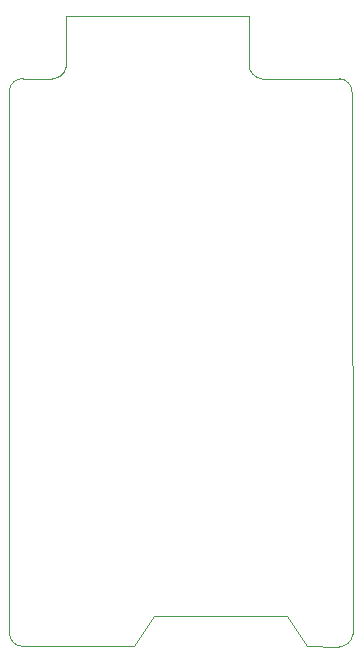
<source format=gm1>
%TF.GenerationSoftware,KiCad,Pcbnew,(6.0.10)*%
%TF.CreationDate,2023-02-05T17:29:38-05:00*%
%TF.ProjectId,MrKoh,4d724b6f-682e-46b6-9963-61645f706362,1*%
%TF.SameCoordinates,Original*%
%TF.FileFunction,Profile,NP*%
%FSLAX46Y46*%
G04 Gerber Fmt 4.6, Leading zero omitted, Abs format (unit mm)*
G04 Created by KiCad (PCBNEW (6.0.10)) date 2023-02-05 17:29:38*
%MOMM*%
%LPD*%
G01*
G04 APERTURE LIST*
%TA.AperFunction,Profile*%
%ADD10C,0.100000*%
%TD*%
G04 APERTURE END LIST*
D10*
X38475000Y-79675000D02*
X41204311Y-79689726D01*
X36790000Y-77090000D02*
X38475000Y-79675000D01*
X25530000Y-77090000D02*
X36790000Y-77090000D01*
X23850000Y-79675000D02*
X25530000Y-77090000D01*
X16925000Y-31600013D02*
G75*
G03*
X18100000Y-30650000I33900J1159713D01*
G01*
X42319377Y-32776789D02*
X42375000Y-78625000D01*
X18100000Y-26300000D02*
X18100000Y-30650000D01*
X33600000Y-26300000D02*
X18100000Y-26300000D01*
X13305623Y-78498211D02*
X13288351Y-32542500D01*
X13305599Y-78498210D02*
G75*
G03*
X14370349Y-79668900I1133201J-38890D01*
G01*
X14463351Y-31592500D02*
X16925000Y-31600000D01*
X42319401Y-32776790D02*
G75*
G03*
X41254651Y-31606100I-1133201J38890D01*
G01*
X33610296Y-30429312D02*
G75*
G03*
X34675000Y-31600000I1133204J-38888D01*
G01*
X14463351Y-31592496D02*
G75*
G03*
X13288351Y-32542500I-33901J-1159714D01*
G01*
X34675000Y-31600000D02*
X41254651Y-31606100D01*
X41204312Y-79689704D02*
G75*
G03*
X42375000Y-78625000I38888J1133204D01*
G01*
X23850000Y-79675000D02*
X14370349Y-79668900D01*
X33610274Y-30429311D02*
X33600000Y-26300000D01*
M02*

</source>
